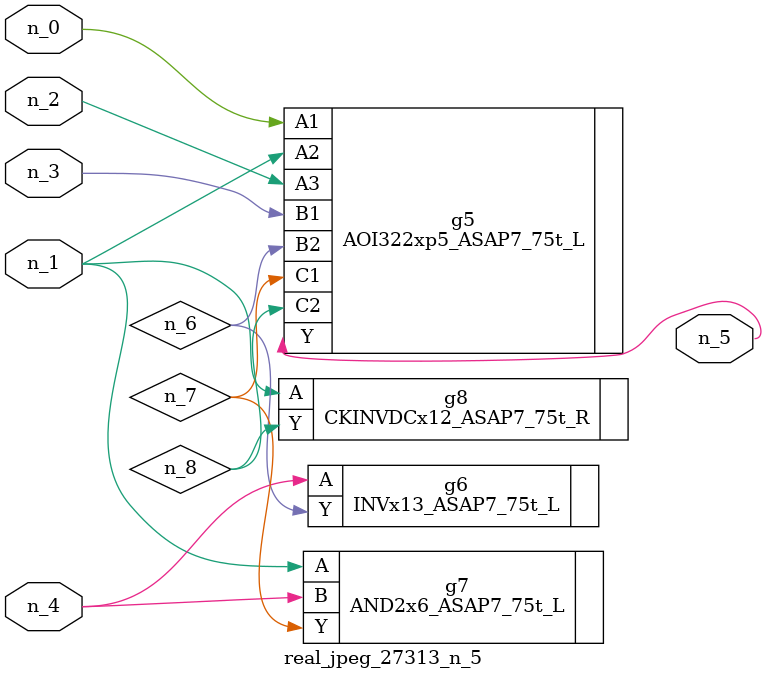
<source format=v>
module real_jpeg_27313_n_5 (n_4, n_0, n_1, n_2, n_3, n_5);

input n_4;
input n_0;
input n_1;
input n_2;
input n_3;

output n_5;

wire n_8;
wire n_6;
wire n_7;

AOI322xp5_ASAP7_75t_L g5 ( 
.A1(n_0),
.A2(n_1),
.A3(n_2),
.B1(n_3),
.B2(n_6),
.C1(n_7),
.C2(n_8),
.Y(n_5)
);

AND2x6_ASAP7_75t_L g7 ( 
.A(n_1),
.B(n_4),
.Y(n_7)
);

CKINVDCx12_ASAP7_75t_R g8 ( 
.A(n_1),
.Y(n_8)
);

INVx13_ASAP7_75t_L g6 ( 
.A(n_4),
.Y(n_6)
);


endmodule
</source>
